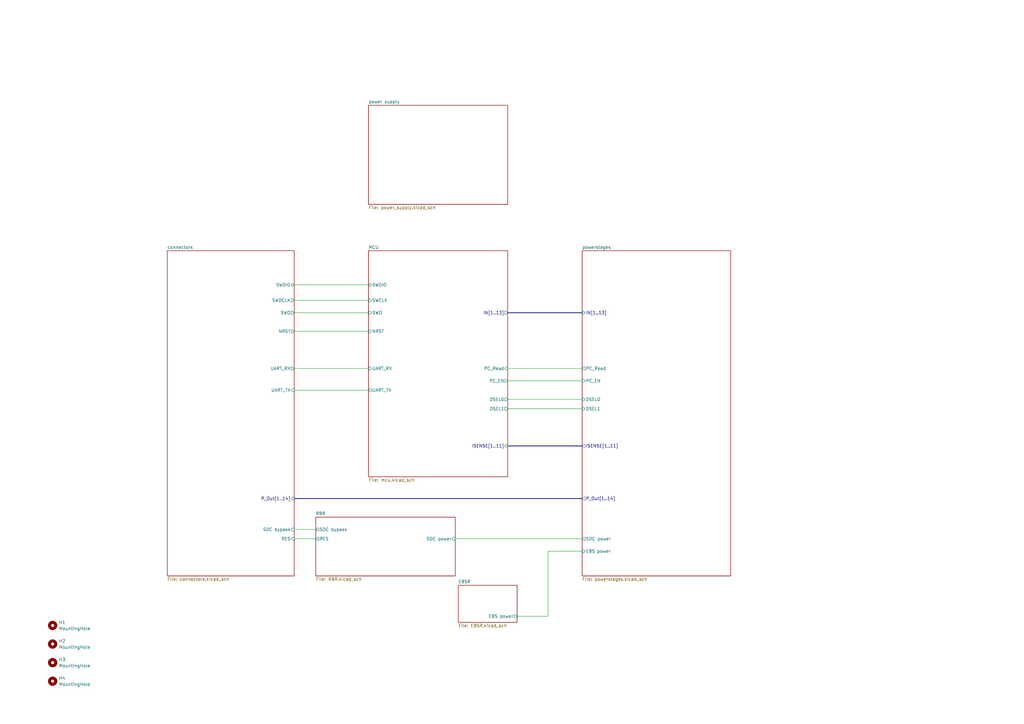
<source format=kicad_sch>
(kicad_sch (version 20231120) (generator "eeschema") (generator_version "8.0")
  (paper "A3")
  (title_block (title "PDU FT25") (date "2025-01-15") (rev "V1.2") (company "Janek Herm") (comment 1 "FaSTTUBe Electronics"))
  (lib_symbols
    (symbol "Mechanical:MountingHole" (pin_names (offset 1.016))
      (property "Reference" "H" (at 0 5.08 0))
      (property "Value" "MountingHole" (at 0 3.175 0))
      (symbol "MountingHole_0_1"
        (circle (center 0 0) (radius 1.27) (stroke (width 1.27)))
      )
    )
  )
  (wire (pts (xy 120.65 160.02) (xy 151.13 160.02)))
  (wire (pts (xy 212.09 252.73) (xy 224.79 252.73)))
  (wire (pts (xy 120.65 220.98) (xy 129.54 220.98)))
  (bus (pts (xy 208.28 128.27) (xy 238.76 128.27)))
  (wire (pts (xy 208.28 156.21) (xy 238.76 156.21)))
  (wire (pts (xy 208.28 167.64) (xy 238.76 167.64)))
  (wire (pts (xy 120.65 135.89) (xy 151.13 135.89)))
  (wire (pts (xy 224.79 226.06) (xy 238.76 226.06)))
  (wire (pts (xy 186.69 220.98) (xy 238.76 220.98)))
  (wire (pts (xy 120.65 116.84) (xy 151.13 116.84)))
  (wire (pts (xy 208.28 163.83) (xy 238.76 163.83)))
  (wire (pts (xy 120.65 123.19) (xy 151.13 123.19)))
  (bus (pts (xy 208.28 182.88) (xy 238.76 182.88)))
  (wire (pts (xy 120.65 151.13) (xy 151.13 151.13)))
  (wire (pts (xy 120.65 128.27) (xy 151.13 128.27)))
  (wire (pts (xy 208.28 151.13) (xy 238.76 151.13)))
  (wire (pts (xy 224.79 252.73) (xy 224.79 226.06)))
  (wire (pts (xy 129.54 217.17) (xy 120.65 217.17)))
  (bus (pts (xy 120.65 204.47) (xy 238.76 204.47)))
  (symbol (lib_id "Mechanical:MountingHole") (at 21.59 271.78 0) (unit 1)
    (property "Reference" "H3" (at 24.13 270.5099 0) (effects (justify left)))
    (property "Value" "MountingHole" (at 24.13 273.0499 0) (effects (justify left)))
    (property "Footprint" "MountingHole:MountingHole_4.3mm_M4" (effects (hide yes)))
  )
  (symbol (lib_id "Mechanical:MountingHole") (at 21.59 279.4 0) (unit 1)
    (property "Reference" "H4" (at 24.13 278.1299 0) (effects (justify left)))
    (property "Value" "MountingHole" (at 24.13 280.6699 0) (effects (justify left)))
    (property "Footprint" "MountingHole:MountingHole_4.3mm_M4" (effects (hide yes)))
  )
  (symbol (lib_id "Mechanical:MountingHole") (at 21.59 264.16 0) (unit 1)
    (property "Reference" "H2" (at 24.13 262.8899 0) (effects (justify left)))
    (property "Value" "MountingHole" (at 24.13 265.4299 0) (effects (justify left)))
    (property "Footprint" "MountingHole:MountingHole_4.3mm_M4" (effects (hide yes)))
  )
  (symbol (lib_id "Mechanical:MountingHole") (at 21.59 256.54 0) (unit 1)
    (property "Reference" "H1" (at 24.13 255.2699 0) (effects (justify left)))
    (property "Value" "MountingHole" (at 24.13 257.8099 0) (effects (justify left)))
    (property "Footprint" "MountingHole:MountingHole_4.3mm_M4" (effects (hide yes)))
  )
  (sheet (at 151.13 102.87) (size 57.15 92.71) (stroke (width 0.1524))
    (property "Sheetname" "MCU" (at 151.13 102.1584 0) (effects (justify left bottom)))
    (property "Sheetfile" "mcu.kicad_sch" (at 151.13 196.1646 0) (effects (justify left top)))
    (pin "NRST" input (at 151.13 135.89 180))
    (pin "UART_TX" output (at 151.13 160.02 180))
    (pin "UART_RX" input (at 151.13 151.13 180))
    (pin "SWCLK" input (at 151.13 123.19 180))
    (pin "SWDIO" bidirectional (at 151.13 116.84 180))
    (pin "PC_EN" output (at 208.28 156.21 0))
    (pin "PC_Read" input (at 208.28 151.13 0))
    (pin "IN[1..13]" output (at 208.28 128.27 0))
    (pin "SWO" input (at 151.13 128.27 180))
    (pin "ISENSE[1..11]" input (at 208.28 182.88 0))
    (pin "DSEL0" output (at 208.28 163.83 0))
    (pin "DSEL1" output (at 208.28 167.64 0))
  )
  (sheet (at 151.13 43.18) (size 57.15 40.64) (stroke (width 0.1524))
    (property "Sheetname" "power supply" (at 151.13 42.4684 0) (effects (justify left bottom)))
    (property "Sheetfile" "power_supply.kicad_sch" (at 151.13 84.4046 0) (effects (justify left top)))
  )
  (sheet (at 187.96 240.03) (size 24.13 15.24) (stroke (width 0.1524))
    (property "Sheetname" "EBSR" (at 187.96 239.3184 0) (effects (justify left bottom)))
    (property "Sheetfile" "EBSR.kicad_sch" (at 187.96 255.8546 0) (effects (justify left top)))
    (pin "EBS power" output (at 212.09 252.73 0))
  )
  (sheet (at 238.76 102.87) (size 60.96 133.35) (stroke (width 0.1524))
    (property "Sheetname" "powerstages" (at 238.76 102.1584 0) (effects (justify left bottom)))
    (property "Sheetfile" "powerstages.kicad_sch" (at 238.76 236.8046 0) (effects (justify left top)))
    (pin "ISENSE[1..11]" output (at 238.76 182.88 180))
    (pin "P_Out[1..14]" output (at 238.76 204.47 180))
    (pin "PC_EN" input (at 238.76 156.21 180))
    (pin "SDC power" output (at 238.76 220.98 180))
    (pin "PC_Read" output (at 238.76 151.13 180))
    (pin "IN[1..13]" input (at 238.76 128.27 180))
    (pin "DSEL0" input (at 238.76 163.83 180))
    (pin "DSEL1" input (at 238.76 167.64 180))
    (pin "EBS power" input (at 238.76 226.06 180))
  )
  (sheet (at 129.54 212.09) (size 57.15 24.13) (stroke (width 0.1524))
    (property "Sheetname" "RBR" (at 129.54 211.3784 0) (effects (justify left bottom)))
    (property "Sheetfile" "RBR.kicad_sch" (at 129.54 236.8046 0) (effects (justify left top)))
    (pin "SDC bypass" output (at 129.54 217.17 180))
    (pin "RES" output (at 129.54 220.98 180))
    (pin "SDC power" input (at 186.69 220.98 0))
  )
  (sheet (at 68.58 102.87) (size 52.07 133.35) (stroke (width 0.1524))
    (property "Sheetname" "connectors" (at 68.58 102.1584 0) (effects (justify left bottom)))
    (property "Sheetfile" "connectors.kicad_sch" (at 68.58 236.8046 0) (effects (justify left top)))
    (pin "UART_TX" input (at 120.65 160.02 0))
    (pin "UART_RX" output (at 120.65 151.13 0))
    (pin "NRST" output (at 120.65 135.89 0))
    (pin "SWDCLK" output (at 120.65 123.19 0))
    (pin "SWDIO" bidirectional (at 120.65 116.84 0))
    (pin "P_Out[1..14]" input (at 120.65 204.47 0))
    (pin "RES" input (at 120.65 220.98 0))
    (pin "SDC bypass" input (at 120.65 217.17 0))
    (pin "SWO" output (at 120.65 128.27 0))
  )
)
</source>
